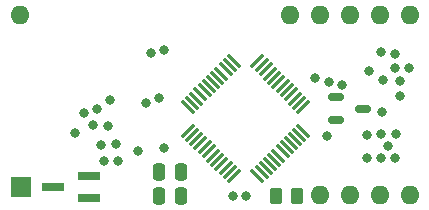
<source format=gbr>
%TF.GenerationSoftware,KiCad,Pcbnew,7.0.5-7.0.5~ubuntu20.04.1*%
%TF.CreationDate,2023-07-18T12:45:14+02:00*%
%TF.ProjectId,EpromEMU_TOP_new_STM32F3,4570726f-6d45-44d5-955f-544f505f6e65,rev?*%
%TF.SameCoordinates,Original*%
%TF.FileFunction,Soldermask,Bot*%
%TF.FilePolarity,Negative*%
%FSLAX46Y46*%
G04 Gerber Fmt 4.6, Leading zero omitted, Abs format (unit mm)*
G04 Created by KiCad (PCBNEW 7.0.5-7.0.5~ubuntu20.04.1) date 2023-07-18 12:45:14*
%MOMM*%
%LPD*%
G01*
G04 APERTURE LIST*
G04 Aperture macros list*
%AMRoundRect*
0 Rectangle with rounded corners*
0 $1 Rounding radius*
0 $2 $3 $4 $5 $6 $7 $8 $9 X,Y pos of 4 corners*
0 Add a 4 corners polygon primitive as box body*
4,1,4,$2,$3,$4,$5,$6,$7,$8,$9,$2,$3,0*
0 Add four circle primitives for the rounded corners*
1,1,$1+$1,$2,$3*
1,1,$1+$1,$4,$5*
1,1,$1+$1,$6,$7*
1,1,$1+$1,$8,$9*
0 Add four rect primitives between the rounded corners*
20,1,$1+$1,$2,$3,$4,$5,0*
20,1,$1+$1,$4,$5,$6,$7,0*
20,1,$1+$1,$6,$7,$8,$9,0*
20,1,$1+$1,$8,$9,$2,$3,0*%
G04 Aperture macros list end*
%ADD10C,0.800000*%
%ADD11O,1.600000X1.600000*%
%ADD12R,1.700000X1.700000*%
%ADD13RoundRect,0.075000X0.415425X-0.521491X0.521491X-0.415425X-0.415425X0.521491X-0.521491X0.415425X0*%
%ADD14RoundRect,0.075000X-0.415425X-0.521491X0.521491X0.415425X0.415425X0.521491X-0.521491X-0.415425X0*%
%ADD15RoundRect,0.250000X-0.262500X-0.450000X0.262500X-0.450000X0.262500X0.450000X-0.262500X0.450000X0*%
%ADD16R,1.900000X0.800000*%
%ADD17RoundRect,0.150000X-0.512500X-0.150000X0.512500X-0.150000X0.512500X0.150000X-0.512500X0.150000X0*%
%ADD18RoundRect,0.250000X-0.250000X-0.475000X0.250000X-0.475000X0.250000X0.475000X-0.250000X0.475000X0*%
%ADD19RoundRect,0.250000X0.250000X0.475000X-0.250000X0.475000X-0.250000X-0.475000X0.250000X-0.475000X0*%
G04 APERTURE END LIST*
D10*
%TO.C,J40*%
X111658400Y-95123000D03*
%TD*%
%TO.C,J39*%
X127685800Y-93853000D03*
%TD*%
%TO.C,J38*%
X127863600Y-89281000D03*
%TD*%
%TO.C,J36*%
X126669800Y-88925400D03*
%TD*%
%TO.C,J37*%
X128981200Y-89560400D03*
%TD*%
%TO.C,J34*%
X113893600Y-86563200D03*
%TD*%
%TO.C,J29*%
X106375200Y-93649800D03*
%TD*%
%TO.C,J28*%
X107111800Y-91948000D03*
%TD*%
D11*
%TO.C,U7*%
X101650800Y-83591400D03*
X124510800Y-83591400D03*
X127050800Y-83591400D03*
X129590800Y-83591400D03*
X132130800Y-83591400D03*
X134670800Y-83591400D03*
X134670800Y-98831400D03*
X132130800Y-98831400D03*
X129590800Y-98831400D03*
X127050800Y-98831400D03*
%TD*%
D10*
%TO.C,J31*%
X113868200Y-94843600D03*
%TD*%
%TO.C,J2*%
X120853200Y-98933000D03*
%TD*%
%TO.C,J32*%
X113436400Y-90652600D03*
%TD*%
%TO.C,J26*%
X109267600Y-90779600D03*
%TD*%
%TO.C,J13*%
X133451600Y-88112600D03*
%TD*%
%TO.C,J9*%
X132232400Y-93726000D03*
%TD*%
%TO.C,J14*%
X132283200Y-86715600D03*
%TD*%
%TO.C,J15*%
X133451600Y-86944200D03*
%TD*%
%TO.C,J12*%
X131267200Y-88392000D03*
%TD*%
%TO.C,J24*%
X109143800Y-92989400D03*
%TD*%
%TO.C,J17*%
X132384800Y-89103200D03*
%TD*%
%TO.C,J8*%
X131038600Y-93751400D03*
%TD*%
%TO.C,J25*%
X107899200Y-92964000D03*
%TD*%
%TO.C,J22*%
X109778800Y-94513400D03*
%TD*%
%TO.C,J30*%
X112776000Y-86868000D03*
%TD*%
%TO.C,J11*%
X132308600Y-91795600D03*
%TD*%
%TO.C,J23*%
X108508800Y-94640400D03*
%TD*%
%TO.C,J20*%
X109982000Y-96023800D03*
%TD*%
%TO.C,J10*%
X133477000Y-93700600D03*
%TD*%
%TO.C,J1*%
X133426200Y-95758000D03*
%TD*%
%TO.C,J21*%
X108762800Y-96012000D03*
%TD*%
%TO.C,J7*%
X132867400Y-94716600D03*
%TD*%
%TO.C,J16*%
X134645400Y-88087200D03*
%TD*%
%TO.C,J19*%
X133883400Y-90449400D03*
%TD*%
%TO.C,J27*%
X108199200Y-91567000D03*
%TD*%
%TO.C,J5*%
X131089400Y-95732600D03*
%TD*%
%TO.C,J33*%
X112318800Y-91033600D03*
%TD*%
%TO.C,J18*%
X133883400Y-89230200D03*
%TD*%
%TO.C,J6*%
X132257800Y-95732600D03*
%TD*%
D12*
%TO.C,J35*%
X101803200Y-98221800D03*
%TD*%
D13*
%TO.C,U1*%
X121783973Y-97295125D03*
X122137527Y-96941571D03*
X122491080Y-96588018D03*
X122844634Y-96234464D03*
X123198187Y-95880911D03*
X123551740Y-95527358D03*
X123905294Y-95173804D03*
X124258847Y-94820251D03*
X124612400Y-94466698D03*
X124965954Y-94113144D03*
X125319507Y-93759591D03*
X125673061Y-93406037D03*
D14*
X125673061Y-91408461D03*
X125319507Y-91054907D03*
X124965954Y-90701354D03*
X124612400Y-90347800D03*
X124258847Y-89994247D03*
X123905294Y-89640694D03*
X123551740Y-89287140D03*
X123198187Y-88933587D03*
X122844634Y-88580034D03*
X122491080Y-88226480D03*
X122137527Y-87872927D03*
X121783973Y-87519373D03*
D13*
X119786397Y-87519373D03*
X119432843Y-87872927D03*
X119079290Y-88226480D03*
X118725736Y-88580034D03*
X118372183Y-88933587D03*
X118018630Y-89287140D03*
X117665076Y-89640694D03*
X117311523Y-89994247D03*
X116957970Y-90347800D03*
X116604416Y-90701354D03*
X116250863Y-91054907D03*
X115897309Y-91408461D03*
D14*
X115897309Y-93406037D03*
X116250863Y-93759591D03*
X116604416Y-94113144D03*
X116957970Y-94466698D03*
X117311523Y-94820251D03*
X117665076Y-95173804D03*
X118018630Y-95527358D03*
X118372183Y-95880911D03*
X118725736Y-96234464D03*
X119079290Y-96588018D03*
X119432843Y-96941571D03*
X119786397Y-97295125D03*
%TD*%
D15*
%TO.C,R6*%
X123318900Y-98907600D03*
X125143900Y-98907600D03*
%TD*%
D16*
%TO.C,Q2*%
X107494200Y-97246400D03*
X107494200Y-99146400D03*
X104494200Y-98196400D03*
%TD*%
D17*
%TO.C,Q1*%
X128458800Y-92491600D03*
X128458800Y-90591600D03*
X130733800Y-91541600D03*
%TD*%
D10*
%TO.C,J3*%
X119684800Y-98958400D03*
%TD*%
D18*
%TO.C,C3*%
X113451600Y-98983800D03*
X115351600Y-98983800D03*
%TD*%
D19*
%TO.C,C1*%
X115341400Y-96926400D03*
X113441400Y-96926400D03*
%TD*%
M02*

</source>
